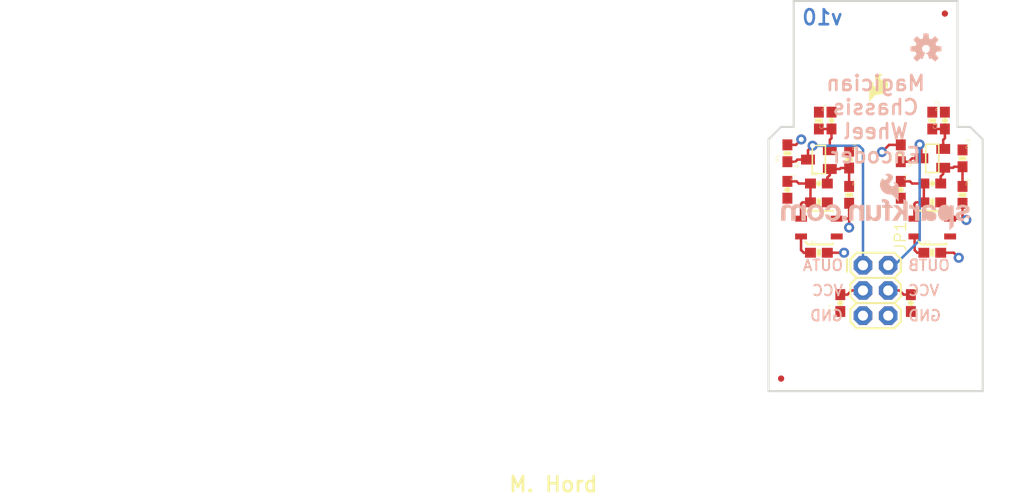
<source format=kicad_pcb>
(kicad_pcb (version 20211014) (generator pcbnew)
  (layers (0 "F.Cu" signal) (1 "In1.Cu" signal) (2 "In2.Cu" signal) (31 "B.Cu" signal) (34 "B.Paste" user) (35 "F.Paste" user) (36 "B.SilkS" user "B.Silkscreen") (37 "F.SilkS" user "F.Silkscreen") (38 "B.Mask" user) (39 "F.Mask" user) (44 "Edge.Cuts" user))
  (net 0 "")
  (net 1 "5V")
  (net 2 "GND")
  (net 3 "OUTA")
  (net 4 "N$5")
  (net 5 "OUTB")
  (net 6 "N$10")
  (net 7 "N$1")
  (net 8 "N$2")
  (net 9 "N$3")
  (net 10 "N$7")
  (net 11 "N$8")
  (net 12 "N$9")
  (footprint "boardEagle:SFE-LOGO-FLAME" (layer "F.Cu") (at 147.8661 95.4786)
    (fp_text reference "LOGO1" hide)
    (fp_text value "LOGO-SFESK" hide)
    (fp_poly (pts (xy 1.126002 -2.808203) (xy 1.215449 -2.785829) (xy 1.228477 -2.780783) (xy 1.240149 -2.774875) (xy 1.25686 -2.766576) (xy 1.275552 -2.759834) (xy 1.371694 -2.7026) (xy 1.3793 -2.7026) (xy 1.3793 -2.6772) (xy 1.306833 -2.6772) (xy 1.208418 -2.657914) (xy 1.074855 -2.495286) (xy 1.079365 -2.436825) (xy 1.12809 -2.341869) (xy 1.204666 -2.265196) (xy 1.294069 -2.200638) (xy 1.369348 -2.168824) (xy 1.450737 -2.171632) (xy 1.458864 -2.174186) (xy 1.466257 -2.177389) (xy 1.530514 -2.236956) (xy 1.5368 -2.259812) (xy 1.5368 -2.377938) (xy 1.763707 -2.148127) (xy 1.868186 -1.856841) (xy 1.871603 -1.856894) (xy 1.87806 -1.650435) (xy 1.848857 -1.45742) (xy 1.785308 -1.272842) (xy 1.6663 -1.061578) (xy 1.6663 -1.080581) (xy 1.378131 -0.80901) (xy 0.982239 -0.6985) (xy 0.753005 -0.6985) (xy 0.716201 -0.692046) (xy 0.681776 -0.679592) (xy 0.496322 -0.541784) (xy -0.0126 0.03091) (xy -0.0126 -1.52077) (xy 0.060004 -1.761967) (xy 0.168295 -1.865489) (xy 0.307122 -1.917522) (xy 0.4039 -1.925089) (xy 0.499384 -1.917623) (xy 0.55991 -1.908099) (xy 0.557788 -1.884433) (xy 0.522216 -1.885242) (xy 0.501784 -1.876141) (xy 0.420519 -1.817154) (xy 0.400722 -1.79067) (xy 0.390395 -1.7285) (xy 0.400905 -1.665229) (xy 0.421405 -1.625174) (xy 0.452343 -1.592685) (xy 0.546535 -1.54355) (xy 0.652229 -1.531742) (xy 0.742768 -1.550084) (xy 0.82422 -1.589656) (xy 0.92203 -1.754659) (xy 0.907706 -1.848844) (xy 0.850914 -1.930401) (xy 0.584707 -2.263237) (xy 0.561667 -2.510855) (xy 0.627495 -2.621556) (xy 0.629042 -2.623103) (xy 0.778901 -2.74712) (xy 1.032676 -2.817064)) (layer "F.SilkS") (width 0) (fill solid))
  )
  (footprint "boardEagle:2X3" (layer "F.Cu") (at 147.2311 111.9886 -90)
    (fp_text reference "JP1" (at -1.27 -4.445 -90) (layer "F.SilkS") (effects (font (size 1.143 1.143) (thickness 0.127)) (justify left bottom)))
    (fp_text value "")
    (fp_line (start -0.635 -3.81) (end 0.635 -3.81) (layer "F.SilkS") (width 0.2032))
    (fp_line (start -1.27 0.635) (end -1.27 -3.175) (layer "F.SilkS") (width 0.2032))
    (fp_line (start 3.81 -3.175) (end 3.81 0.635) (layer "F.SilkS") (width 0.2032))
    (fp_line (start 3.81 0.635) (end 4.445 1.27) (layer "F.SilkS") (width 0.2032))
    (fp_line (start -0.635 1.27) (end 0.635 1.27) (layer "F.SilkS") (width 0.2032))
    (fp_line (start 1.905 1.27) (end 3.175 1.27) (layer "F.SilkS") (width 0.2032))
    (fp_line (start 1.905 -3.81) (end 3.175 -3.81) (layer "F.SilkS") (width 0.2032))
    (fp_line (start 3.175 -3.81) (end 3.81 -3.175) (layer "F.SilkS") (width 0.2032))
    (fp_line (start 0.635 -3.81) (end 1.27 -3.175) (layer "F.SilkS") (width 0.2032))
    (fp_line (start 3.81 -3.175) (end 4.445 -3.81) (layer "F.SilkS") (width 0.2032))
    (fp_line (start 6.35 -3.175) (end 6.35 0.635) (layer "F.SilkS") (width 0.2032))
    (fp_line (start -1.27 -3.175) (end -0.635 -3.81) (layer "F.SilkS") (width 0.2032))
    (fp_line (start -1.27 0.635) (end -0.635 1.27) (layer "F.SilkS") (width 0.2032))
    (fp_line (start 4.445 -3.81) (end 5.715 -3.81) (layer "F.SilkS") (width 0.2032))
    (fp_line (start 3.175 1.27) (end 3.81 0.635) (layer "F.SilkS") (width 0.2032))
    (fp_line (start 1.27 -3.175) (end 1.905 -3.81) (layer "F.SilkS") (width 0.2032))
    (fp_line (start 5.715 -3.81) (end 6.35 -3.175) (layer "F.SilkS") (width 0.2032))
    (fp_line (start 1.27 0.635) (end 1.905 1.27) (layer "F.SilkS") (width 0.2032))
    (fp_line (start 1.27 -3.175) (end 1.27 0.635) (layer "F.SilkS") (width 0.2032))
    (fp_line (start 0.635 1.27) (end 1.27 0.635) (layer "F.SilkS") (width 0.2032))
    (fp_line (start 0.635 1.605) (end -0.635 1.605) (layer "F.SilkS") (width 0.2032))
    (fp_line (start 5.715 1.27) (end 6.35 0.635) (layer "F.SilkS") (width 0.2032))
    (fp_line (start 4.445 1.27) (end 5.715 1.27) (layer "F.SilkS") (width 0.2032))
    (pad "1" thru_hole roundrect (at 0 0 270) (size 1.8796 1.8796) (drill 1.016) (layers *.Cu *.Mask) (chamfer_ratio 0.2928932188) (chamfer top_left top_right bottom_left bottom_right) (net 3 "OUTA"))
    (pad "2" thru_hole roundrect (at 0 -2.54 270) (size 1.8796 1.8796) (drill 1.016) (layers *.Cu *.Mask) (chamfer_ratio 0.2928932188) (chamfer top_left top_right bottom_left bottom_right) (net 5 "OUTB"))
    (pad "3" thru_hole roundrect (at 2.54 0 270) (size 1.8796 1.8796) (drill 1.016) (layers *.Cu *.Mask) (chamfer_ratio 0.2928932188) (chamfer top_left top_right bottom_left bottom_right) (net 1 "5V"))
    (pad "4" thru_hole roundrect (at 2.54 -2.54 270) (size 1.8796 1.8796) (drill 1.016) (layers *.Cu *.Mask) (chamfer_ratio 0.2928932188) (chamfer top_left top_right bottom_left bottom_right) (net 1 "5V"))
    (pad "5" thru_hole roundrect (at 5.08 0 270) (size 1.8796 1.8796) (drill 1.016) (layers *.Cu *.Mask) (chamfer_ratio 0.2928932188) (chamfer top_left top_right bottom_left bottom_right) (net 2 "GND"))
    (pad "6" thru_hole roundrect (at 5.08 -2.54 270) (size 1.8796 1.8796) (drill 1.016) (layers *.Cu *.Mask) (chamfer_ratio 0.2928932188) (chamfer top_left top_right bottom_left bottom_right) (net 2 "GND"))
  )
  (footprint "boardEagle:0603-CAP" (layer "F.Cu") (at 144.9451 115.7986 90)
    (fp_text reference "C7" (at -0.889 -0.762 90) (layer "F.SilkS") (effects (font (size 0.373888 0.373888) (thickness 0.032512)) (justify left bottom)))
    (fp_text value "1.0uF")
    (fp_line (start 0 -0.0305) (end 0 0.0305) (layer "F.SilkS") (width 0.5588))
    (pad "1" smd rect (at -0.85 0 90) (size 1.1 1) (layers "F.Cu" "F.Paste" "F.Mask") (net 2 "GND"))
    (pad "2" smd rect (at 0.85 0 90) (size 1.1 1) (layers "F.Cu" "F.Paste" "F.Mask") (net 1 "5V"))
  )
  (footprint "boardEagle:0603-RES" (layer "F.Cu") (at 151.0411 100.6856 90)
    (fp_text reference "R11" (at -0.889 -0.762 90) (layer "F.SilkS") (effects (font (size 0.373888 0.373888) (thickness 0.032512)) (justify left bottom)))
    (fp_text value "4.7K")
    (fp_poly (pts (xy -0.2286 0.381) (xy 0.2286 0.381) (xy 0.2286 -0.381) (xy -0.2286 -0.381)) (layer "F.SilkS") (width 0) (fill solid))
    (pad "1" smd rect (at -0.85 0 90) (size 1.1 1) (layers "F.Cu" "F.Paste" "F.Mask") (net 5 "OUTB"))
    (pad "2" smd rect (at 0.85 0 90) (size 1.1 1) (layers "F.Cu" "F.Paste" "F.Mask") (net 1 "5V"))
  )
  (footprint "boardEagle:0603-CAP" (layer "F.Cu") (at 152.0571 115.7986 -90)
    (fp_text reference "C8" (at -0.889 -0.762 -90) (layer "F.SilkS") (effects (font (size 0.373888 0.373888) (thickness 0.032512)) (justify left bottom)))
    (fp_text value "0.1uF")
    (fp_line (start 0 -0.0305) (end 0 0.0305) (layer "F.SilkS") (width 0.5588))
    (pad "1" smd rect (at -0.85 0 270) (size 1.1 1) (layers "F.Cu" "F.Paste" "F.Mask") (net 1 "5V"))
    (pad "2" smd rect (at 0.85 0 270) (size 1.1 1) (layers "F.Cu" "F.Paste" "F.Mask") (net 2 "GND"))
  )
  (footprint "boardEagle:0603-RES" (layer "F.Cu") (at 142.7861 97.3836 -90)
    (fp_text reference "R6" (at -0.889 -0.762 -90) (layer "F.SilkS") (effects (font (size 0.373888 0.373888) (thickness 0.032512)) (justify left bottom)))
    (fp_text value "100")
    (fp_poly (pts (xy -0.2286 0.381) (xy 0.2286 0.381) (xy 0.2286 -0.381) (xy -0.2286 -0.381)) (layer "F.SilkS") (width 0) (fill solid))
    (pad "1" smd rect (at -0.85 0 270) (size 1.1 1) (layers "F.Cu" "F.Paste" "F.Mask") (net 2 "GND"))
    (pad "2" smd rect (at 0.85 0 270) (size 1.1 1) (layers "F.Cu" "F.Paste" "F.Mask") (net 9 "N$3"))
  )
  (footprint "boardEagle:0603-RES" (layer "F.Cu") (at 154.2161 97.3836 -90)
    (fp_text reference "R12" (at -0.889 -0.762 -90) (layer "F.SilkS") (effects (font (size 0.373888 0.373888) (thickness 0.032512)) (justify left bottom)))
    (fp_text value "100")
    (fp_poly (pts (xy -0.2286 0.381) (xy 0.2286 0.381) (xy 0.2286 -0.381) (xy -0.2286 -0.381)) (layer "F.SilkS") (width 0) (fill solid))
    (pad "1" smd rect (at -0.85 0 270) (size 1.1 1) (layers "F.Cu" "F.Paste" "F.Mask") (net 2 "GND"))
    (pad "2" smd rect (at 0.85 0 270) (size 1.1 1) (layers "F.Cu" "F.Paste" "F.Mask") (net 10 "N$7"))
  )
  (footprint "boardEagle:CREATIVE_COMMONS" (layer "F.Cu") (at 80.5561 134.8486)
    (fp_text reference "FRAME1" hide)
    (fp_text value "FRAME-LETTER" hide)
  )
  (footprint "boardEagle:QRE1113" (layer "F.Cu") (at 154.2161 108.1786)
    (fp_text reference "U2" hide)
    (fp_text value "QRE1113" hide)
    (fp_line (start 1.4 1.7) (end 1.4 1.627) (layer "F.SilkS") (width 0.2032))
    (fp_line (start -1.1 1.7) (end 1.4 1.7) (layer "F.SilkS") (width 0.2032))
    (fp_line (start -1.37 1.424) (end -1.1 1.7) (layer "F.SilkS") (width 0.2032))
    (fp_line (start 1.4 -1.7) (end 1.4 -1.654) (layer "F.SilkS") (width 0.2032))
    (fp_line (start -1.427 -1.7) (end 1.4 -1.7) (layer "F.SilkS") (width 0.2032))
    (fp_line (start -1.427 -1.627) (end -1.427 -1.7) (layer "F.SilkS") (width 0.2032))
    (pad "1" smd rect (at -1.8 0.9) (size 1.2 0.6) (layers "F.Cu" "F.Paste" "F.Mask") (net 6 "N$10"))
    (pad "2" smd rect (at 1.8 0.9) (size 1.2 0.6) (layers "F.Cu" "F.Paste" "F.Mask") (net 2 "GND"))
    (pad "3" smd rect (at 1.8 -0.9) (size 1.2 0.6) (layers "F.Cu" "F.Paste" "F.Mask") (net 1 "5V"))
    (pad "4" smd rect (at -1.8 -0.9) (size 1.2 0.6) (layers "F.Cu" "F.Paste" "F.Mask") (net 11 "N$8"))
  )
  (footprint "boardEagle:SOT23" (layer "F.Cu") (at 154.2161 101.1936 90)
    (fp_text reference "Q2" (at -0.889 -2.032 90) (layer "F.SilkS") (effects (font (size 0.373888 0.373888) (thickness 0.032512)) (justify left bottom)))
    (fp_text value "MMBT2222A")
    (fp_line (start 1.4224 -0.6604) (end 1.4224 0.6604) (layer "F.SilkS") (width 0.1524))
    (fp_line (start 1.4224 0.6604) (end -1.4224 0.6604) (layer "F.SilkS") (width 0.1524))
    (fp_line (start -1.4224 -0.6604) (end 1.4224 -0.6604) (layer "F.SilkS") (width 0.1524))
    (fp_line (start -1.4224 0.6604) (end -1.4224 -0.6604) (layer "F.SilkS") (width 0.1524))
    (pad "1" smd rect (at -0.95 1.1 90) (size 1 1.4) (layers "F.Cu" "F.Paste" "F.Mask") (net 12 "N$9"))
    (pad "2" smd rect (at 0.95 1.1 90) (size 1 1.4) (layers "F.Cu" "F.Paste" "F.Mask") (net 10 "N$7"))
    (pad "3" smd rect (at 0 -1.1 90) (size 1 1.4) (layers "F.Cu" "F.Paste" "F.Mask") (net 5 "OUTB"))
  )
  (footprint "boardEagle:STAND-OFF" (layer "F.Cu") (at 148.5011 122.1486)
    (fp_text reference "STANDOFF1" hide)
    (fp_text value "STAND-OFF" hide)
    (pad "" np_thru_hole circle (at 0 0) (size 3.302 3.302) (drill 3.302) (layers *.Cu *.Mask))
  )
  (footprint "boardEagle:0603-RES" (layer "F.Cu") (at 154.2161 110.7186)
    (fp_text reference "R7" (at -0.889 -0.762) (layer "F.SilkS") (effects (font (size 0.373888 0.373888) (thickness 0.032512)) (justify left bottom)))
    (fp_text value "100")
    (fp_poly (pts (xy -0.2286 0.381) (xy 0.2286 0.381) (xy 0.2286 -0.381) (xy -0.2286 -0.381)) (layer "F.SilkS") (width 0) (fill solid))
    (pad "1" smd rect (at -0.85 0) (size 1.1 1) (layers "F.Cu" "F.Paste" "F.Mask") (net 6 "N$10"))
    (pad "2" smd rect (at 0.85 0) (size 1.1 1) (layers "F.Cu" "F.Paste" "F.Mask") (net 1 "5V"))
  )
  (footprint "boardEagle:0603-RES" (layer "F.Cu") (at 154.2161 105.6386 180)
    (fp_text reference "R8" (at -0.889 -0.762 180) (layer "F.SilkS") (effects (font (size 0.373888 0.373888) (thickness 0.032512)) (justify right top)))
    (fp_text value "10K")
    (fp_poly (pts (xy -0.2286 0.381) (xy 0.2286 0.381) (xy 0.2286 -0.381) (xy -0.2286 -0.381)) (layer "F.SilkS") (width 0) (fill solid))
    (pad "1" smd rect (at -0.85 0 180) (size 1.1 1) (layers "F.Cu" "F.Paste" "F.Mask") (net 2 "GND"))
    (pad "2" smd rect (at 0.85 0 180) (size 1.1 1) (layers "F.Cu" "F.Paste" "F.Mask") (net 11 "N$8"))
  )
  (footprint "boardEagle:0603-RES" (layer "F.Cu") (at 157.2641 101.1936 -90)
    (fp_text reference "R10" (at -0.889 -0.762 -90) (layer "F.SilkS") (effects (font (size 0.373888 0.373888) (thickness 0.032512)) (justify left bottom)))
    (fp_text value "6.8K")
    (fp_poly (pts (xy -0.2286 0.381) (xy 0.2286 0.381) (xy 0.2286 -0.381) (xy -0.2286 -0.381)) (layer "F.SilkS") (width 0) (fill solid))
    (pad "1" smd rect (at -0.85 0 270) (size 1.1 1) (layers "F.Cu" "F.Paste" "F.Mask") (net 2 "GND"))
    (pad "2" smd rect (at 0.85 0 270) (size 1.1 1) (layers "F.Cu" "F.Paste" "F.Mask") (net 12 "N$9"))
  )
  (footprint "boardEagle:SOT23" (layer "F.Cu") (at 142.7861 101.3206 90)
    (fp_text reference "Q1" (at -0.889 -2.032 90) (layer "F.SilkS") (effects (font (size 0.373888 0.373888) (thickness 0.032512)) (justify left bottom)))
    (fp_text value "MMBT2222A")
    (fp_line (start -1.4224 -0.6604) (end 1.4224 -0.6604) (layer "F.SilkS") (width 0.1524))
    (fp_line (start 1.4224 -0.6604) (end 1.4224 0.6604) (layer "F.SilkS") (width 0.1524))
    (fp_line (start -1.4224 0.6604) (end -1.4224 -0.6604) (layer "F.SilkS") (width 0.1524))
    (fp_line (start 1.4224 0.6604) (end -1.4224 0.6604) (layer "F.SilkS") (width 0.1524))
    (pad "1" smd rect (at -0.95 1.1 90) (size 1 1.4) (layers "F.Cu" "F.Paste" "F.Mask") (net 8 "N$2"))
    (pad "2" smd rect (at 0.95 1.1 90) (size 1 1.4) (layers "F.Cu" "F.Paste" "F.Mask") (net 9 "N$3"))
    (pad "3" smd rect (at 0 -1.1 90) (size 1 1.4) (layers "F.Cu" "F.Paste" "F.Mask") (net 3 "OUTA"))
  )
  (footprint "boardEagle:QRE1113" (layer "F.Cu") (at 142.7861 108.1786)
    (fp_text reference "U1" hide)
    (fp_text value "QRE1113" hide)
    (fp_line (start -1.427 -1.627) (end -1.427 -1.7) (layer "F.SilkS") (width 0.2032))
    (fp_line (start 1.4 -1.7) (end 1.4 -1.654) (layer "F.SilkS") (width 0.2032))
    (fp_line (start -1.1 1.7) (end 1.4 1.7) (layer "F.SilkS") (width 0.2032))
    (fp_line (start -1.37 1.424) (end -1.1 1.7) (layer "F.SilkS") (width 0.2032))
    (fp_line (start -1.427 -1.7) (end 1.4 -1.7) (layer "F.SilkS") (width 0.2032))
    (fp_line (start 1.4 1.7) (end 1.4 1.627) (layer "F.SilkS") (width 0.2032))
    (pad "1" smd rect (at -1.8 0.9) (size 1.2 0.6) (layers "F.Cu" "F.Paste" "F.Mask") (net 4 "N$5"))
    (pad "2" smd rect (at 1.8 0.9) (size 1.2 0.6) (layers "F.Cu" "F.Paste" "F.Mask") (net 2 "GND"))
    (pad "3" smd rect (at 1.8 -0.9) (size 1.2 0.6) (layers "F.Cu" "F.Paste" "F.Mask") (net 1 "5V"))
    (pad "4" smd rect (at -1.8 -0.9) (size 1.2 0.6) (layers "F.Cu" "F.Paste" "F.Mask") (net 7 "N$1"))
  )
  (footprint "boardEagle:0603-RES" (layer "F.Cu") (at 139.6111 100.6856 90)
    (fp_text reference "R5" (at -0.889 -0.762 90) (layer "F.SilkS") (effects (font (size 0.373888 0.373888) (thickness 0.032512)) (justify left bottom)))
    (fp_text value "4.7K")
    (fp_poly (pts (xy -0.2286 0.381) (xy 0.2286 0.381) (xy 0.2286 -0.381) (xy -0.2286 -0.381)) (layer "F.SilkS") (width 0) (fill solid))
    (pad "1" smd rect (at -0.85 0 90) (size 1.1 1) (layers "F.Cu" "F.Paste" "F.Mask") (net 3 "OUTA"))
    (pad "2" smd rect (at 0.85 0 90) (size 1.1 1) (layers "F.Cu" "F.Paste" "F.Mask") (net 1 "5V"))
  )
  (footprint "boardEagle:0603-CAP" (layer "F.Cu") (at 154.2161 103.7336)
    (fp_text reference "C5" (at -0.889 -0.762) (layer "F.SilkS") (effects (font (size 0.373888 0.373888) (thickness 0.032512)) (justify left bottom)))
    (fp_text value "1.0uF")
    (fp_line (start 0 -0.0305) (end 0 0.0305) (layer "F.SilkS") (width 0.5588))
    (pad "1" smd rect (at -0.85 0) (size 1.1 1) (layers "F.Cu" "F.Paste" "F.Mask") (net 11 "N$8"))
    (pad "2" smd rect (at 0.85 0) (size 1.1 1) (layers "F.Cu" "F.Paste" "F.Mask") (net 12 "N$9"))
  )
  (footprint "boardEagle:MICRO-FIDUCIAL" (layer "F.Cu") (at 155.4861 86.5886)
    (fp_text reference "FID1" hide)
    (fp_text value "FIDUCIALUFIDUCIAL" hide)
    (pad "1" smd roundrect (at 0 0) (size 0.635 0.635) (layers "F.Cu" "F.Mask") (roundrect_rratio 0.5))
  )
  (footprint "boardEagle:0603-RES" (layer "F.Cu") (at 142.7861 105.6386 180)
    (fp_text reference "R2" (at -0.889 -0.762 180) (layer "F.SilkS") (effects (font (size 0.373888 0.373888) (thickness 0.032512)) (justify right top)))
    (fp_text value "10K")
    (fp_poly (pts (xy -0.2286 0.381) (xy 0.2286 0.381) (xy 0.2286 -0.381) (xy -0.2286 -0.381)) (layer "F.SilkS") (width 0) (fill solid))
    (pad "1" smd rect (at -0.85 0 180) (size 1.1 1) (layers "F.Cu" "F.Paste" "F.Mask") (net 2 "GND"))
    (pad "2" smd rect (at 0.85 0 180) (size 1.1 1) (layers "F.Cu" "F.Paste" "F.Mask") (net 7 "N$1"))
  )
  (footprint "boardEagle:0603-RES" (layer "F.Cu") (at 157.2641 104.8766 -90)
    (fp_text reference "R9" (at -0.889 -0.762 -90) (layer "F.SilkS") (effects (font (size 0.373888 0.373888) (thickness 0.032512)) (justify left bottom)))
    (fp_text value "47K")
    (fp_poly (pts (xy -0.2286 0.381) (xy 0.2286 0.381) (xy 0.2286 -0.381) (xy -0.2286 -0.381)) (layer "F.SilkS") (width 0) (fill solid))
    (pad "1" smd rect (at -0.85 0 270) (size 1.1 1) (layers "F.Cu" "F.Paste" "F.Mask") (net 12 "N$9"))
    (pad "2" smd rect (at 0.85 0 270) (size 1.1 1) (layers "F.Cu" "F.Paste" "F.Mask") (net 1 "5V"))
  )
  (footprint "boardEagle:0603-CAP" (layer "F.Cu") (at 151.0411 104.3686 -90)
    (fp_text reference "C4" (at -0.889 -0.762 -90) (layer "F.SilkS") (effects (font (size 0.373888 0.373888) (thickness 0.032512)) (justify left bottom)))
    (fp_text value "0.1uF")
    (fp_line (start 0 -0.0305) (end 0 0.0305) (layer "F.SilkS") (width 0.5588))
    (pad "1" smd rect (at -0.85 0 270) (size 1.1 1) (layers "F.Cu" "F.Paste" "F.Mask") (net 11 "N$8"))
    (pad "2" smd rect (at 0.85 0 270) (size 1.1 1) (layers "F.Cu" "F.Paste" "F.Mask") (net 2 "GND"))
  )
  (footprint "boardEagle:0603-RES" (layer "F.Cu") (at 145.8341 104.8766 -90)
    (fp_text reference "R3" (at -0.889 -0.762 -90) (layer "F.SilkS") (effects (font (size 0.373888 0.373888) (thickness 0.032512)) (justify left bottom)))
    (fp_text value "47K")
    (fp_poly (pts (xy -0.2286 0.381) (xy 0.2286 0.381) (xy 0.2286 -0.381) (xy -0.2286 -0.381)) (layer "F.SilkS") (width 0) (fill solid))
    (pad "1" smd rect (at -0.85 0 270) (size 1.1 1) (layers "F.Cu" "F.Paste" "F.Mask") (net 8 "N$2"))
    (pad "2" smd rect (at 0.85 0 270) (size 1.1 1) (layers "F.Cu" "F.Paste" "F.Mask") (net 1 "5V"))
  )
  (footprint "boardEagle:MICRO-FIDUCIAL" (layer "F.Cu") (at 138.9761 123.4186)
    (fp_text reference "FID2" hide)
    (fp_text value "FIDUCIALUFIDUCIAL" hide)
    (pad "1" smd roundrect (at 0 0) (size 0.635 0.635) (layers "F.Cu" "F.Mask") (roundrect_rratio 0.5))
  )
  (footprint "boardEagle:0603-RES" (layer "F.Cu") (at 145.8341 101.3206 -90)
    (fp_text reference "R4" (at -0.889 -0.762 -90) (layer "F.SilkS") (effects (font (size 0.373888 0.373888) (thickness 0.032512)) (justify left bottom)))
    (fp_text value "6.8K")
    (fp_poly (pts (xy -0.2286 0.381) (xy 0.2286 0.381) (xy 0.2286 -0.381) (xy -0.2286 -0.381)) (layer "F.SilkS") (width 0) (fill solid))
    (pad "1" smd rect (at -0.85 0 270) (size 1.1 1) (layers "F.Cu" "F.Paste" "F.Mask") (net 2 "GND"))
    (pad "2" smd rect (at 0.85 0 270) (size 1.1 1) (layers "F.Cu" "F.Paste" "F.Mask") (net 8 "N$2"))
  )
  (footprint "boardEagle:0603-CAP" (layer "F.Cu") (at 139.6111 104.3686 -90)
    (fp_text reference "C1" (at -0.889 -0.762 -90) (layer "F.SilkS") (effects (font (size 0.373888 0.373888) (thickness 0.032512)) (justify left bottom)))
    (fp_text value "0.1uF")
    (fp_line (start 0 -0.0305) (end 0 0.0305) (layer "F.SilkS") (width 0.5588))
    (pad "1" smd rect (at -0.85 0 270) (size 1.1 1) (layers "F.Cu" "F.Paste" "F.Mask") (net 7 "N$1"))
    (pad "2" smd rect (at 0.85 0 270) (size 1.1 1) (layers "F.Cu" "F.Paste" "F.Mask") (net 2 "GND"))
  )
  (footprint "boardEagle:STAND-OFF" (layer "F.Cu") (at 148.5011 89.1286)
    (fp_text reference "STANDOFF2" hide)
    (fp_text value "STAND-OFF" hide)
    (pad "" np_thru_hole circle (at 0 0) (size 3.302 3.302) (drill 3.302) (layers *.Cu *.Mask))
  )
  (footprint "boardEagle:0603-CAP" (layer "F.Cu") (at 155.4861 97.3836 90)
    (fp_text reference "C6" (at -0.889 -0.762 90) (layer "F.SilkS") (effects (font (size 0.373888 0.373888) (thickness 0.032512)) (justify left bottom)))
    (fp_text value "0.1uF")
    (fp_line (start 0 -0.0305) (end 0 0.0305) (layer "F.SilkS") (width 0.5588))
    (pad "1" smd rect (at -0.85 0 90) (size 1.1 1) (layers "F.Cu" "F.Paste" "F.Mask") (net 10 "N$7"))
    (pad "2" smd rect (at 0.85 0 90) (size 1.1 1) (layers "F.Cu" "F.Paste" "F.Mask") (net 2 "GND"))
  )
  (footprint "boardEagle:0603-CAP" (layer "F.Cu") (at 142.7861 103.7336)
    (fp_text reference "C2" (at -0.889 -0.762) (layer "F.SilkS") (effects (font (size 0.373888 0.373888) (thickness 0.032512)) (justify left bottom)))
    (fp_text value "1.0uF")
    (fp_line (start 0 -0.0305) (end 0 0.0305) (layer "F.SilkS") (width 0.5588))
    (pad "1" smd rect (at -0.85 0) (size 1.1 1) (layers "F.Cu" "F.Paste" "F.Mask") (net 7 "N$1"))
    (pad "2" smd rect (at 0.85 0) (size 1.1 1) (layers "F.Cu" "F.Paste" "F.Mask") (net 8 "N$2"))
  )
  (footprint "boardEagle:0603-CAP" (layer "F.Cu") (at 144.0561 97.3836 90)
    (fp_text reference "C3" (at -0.889 -0.762 90) (layer "F.SilkS") (effects (font (size 0.373888 0.373888) (thickness 0.032512)) (justify left bottom)))
    (fp_text value "0.1uF")
    (fp_line (start 0 -0.0305) (end 0 0.0305) (layer "F.SilkS") (width 0.5588))
    (pad "1" smd rect (at -0.85 0 90) (size 1.1 1) (layers "F.Cu" "F.Paste" "F.Mask") (net 9 "N$3"))
    (pad "2" smd rect (at 0.85 0 90) (size 1.1 1) (layers "F.Cu" "F.Paste" "F.Mask") (net 2 "GND"))
  )
  (footprint "boardEagle:0603-RES" (layer "F.Cu") (at 142.7861 110.7186)
    (fp_text reference "R1" (at -0.889 -0.762) (layer "F.SilkS") (effects (font (size 0.373888 0.373888) (thickness 0.032512)) (justify left bottom)))
    (fp_text value "100")
    (fp_poly (pts (xy -0.2286 0.381) (xy 0.2286 0.381) (xy 0.2286 -0.381) (xy -0.2286 -0.381)) (layer "F.SilkS") (width 0) (fill solid))
    (pad "1" smd rect (at -0.85 0) (size 1.1 1) (layers "F.Cu" "F.Paste" "F.Mask") (net 4 "N$5"))
    (pad "2" smd rect (at 0.85 0) (size 1.1 1) (layers "F.Cu" "F.Paste" "F.Mask") (net 1 "5V"))
  )
  (footprint "boardEagle:OSHW-LOGO-S" (layer "B.Cu") (at 153.5811 90.1446 180)
    (fp_text reference "LOGO3" hide)
    (fp_text value "OSHW-LOGOS" hide)
    (fp_poly (pts (xy 0.301647 1.061351) (xy 0.42347 1.022344) (xy 0.537177 0.963769) (xy 0.92862 1.282946) (xy 1.282946 0.92862) (xy 0.961035 0.533823) (xy 1.057046 0.302084) (xy 1.5638 0.250561) (xy 1.5638 -0.250561) (xy 1.057046 -0.302084) (xy 0.961035 -0.533823) (xy 1.282946 -0.92862) (xy 0.92862 -1.282946) (xy 0.537177 -0.96377) (xy 0.356601 -1.056794) (xy 0.088679 -0.410073) (xy 0.326262 -0.2176) (xy 0.373649 -0.121468) (xy 0.392729 -0.010339) (xy 0.379464 0.101634) (xy 0.334947 0.205229) (xy 0.262842 0.291918) (xy 0.169087 0.354561) (xy 0.061406 0.387999) (xy -0.051342 0.38948) (xy -0.159868 0.358881) (xy -0.255234 0.298724) (xy -0.329589 0.213962) (xy -0.376813 0.111569) (xy -0.392176 0.005767) (xy -0.322923 -0.222565) (xy -0.249312 -0.303773) (xy 0.091677 -0.5081) (xy -0.12929 -0.5081) (xy -0.355332 -1.053732) (xy -0.506597 -0.983577) (xy -0.538922 -0.965192) (xy -0.92862 -1.282946) (xy -1.282946 -0.92862) (xy -0.961035 -0.533823) (xy -1.057046 -0.302084) (xy -1.5638 -0.250561) (xy -1.5638 0.250561) (xy -1.057046 0.302084) (xy -0.961035 0.533823) (xy -1.282946 0.92862) (xy -0.92862 1.282946) (xy -0.533823 0.961035) (xy -0.302084 1.057046) (xy -0.250561 1.5638) (xy 0.250561 1.5638)) (layer "B.SilkS") (width 0) (fill solid))
  )
  (footprint "boardEagle:SFE-NEW-WEBLOGO" (layer "B.Cu") (at 158.0261 108.4326 180)
    (fp_text reference "LOGO4" hide)
    (fp_text value "LOGO-SFENEW" hide)
    (fp_line (start 15.5702 2.6137) (end 15.5854 2.6137) (layer "B.SilkS") (width 0.0254))
    (fp_line (start 10.7163 2.5171) (end 11.1201 2.5171) (layer "B.SilkS") (width 0.0254))
    (fp_line (start 12.1818 0.955) (end 11.7729 0.955) (layer "B.SilkS") (width 0.0254))
    (fp_line (start 15.5499 2.6137) (end 15.5499 2.2911) (layer "B.SilkS") (width 0.0254))
    (fp_line (start 12.1818 2.0091) (end 12.1818 0.955) (layer "B.SilkS") (width 0.0254))
    (fp_line (start 15.5702 2.2962) (end 15.5702 2.6137) (layer "B.SilkS") (width 0.0254))
    (fp_line (start 11.1379 1.8136) (end 11.1379 0.9449) (layer "B.SilkS") (width 0.0254))
    (fp_line (start 11.1379 0.9449) (end 10.7163 0.9449) (layer "B.SilkS") (width 0.0254))
    (fp_line (start 11.7729 0.955) (end 11.7729 1.9202) (layer "B.SilkS") (width 0.0254))
    (fp_line (start 11.1201 2.5171) (end 11.1201 2.2962) (layer "B.SilkS") (width 0.0254))
    (fp_line (start 11.1201 2.2962) (end 11.1277 2.2962) (layer "B.SilkS") (width 0.0254))
    (fp_line (start 10.7163 0.9449) (end 10.7163 2.5171) (layer "B.SilkS") (width 0.0254))
    (fp_line (start 15.5499 2.2911) (end 15.527 2.2911) (layer "B.SilkS") (width 0.0254))
    (fp_arc (start 15.1714 1.6383) (mid 15.194331 1.520588) (end 15.24 1.4097) (layer "B.SilkS") (width 0.0254))
    (fp_arc (start 11.7145 2.1311) (mid 11.664346 2.1894) (end 11.5976 2.2276) (layer "B.SilkS") (width 0.0254))
    (fp_arc (start 15.428 1.2522) (mid 15.597525 1.230563) (end 15.7632 1.2725) (layer "B.SilkS") (width 0.0254))
    (fp_arc (start 11.4198 2.2327) (mid 11.334441 2.214452) (end 11.259799 2.1692) (layer "B.SilkS") (width 0.0254))
    (fp_arc (start 15.809 2.5857) (mid 15.698073 2.606673) (end 15.5854 2.6137) (layer "B.SilkS") (width 0.0254))
    (fp_arc (start 15.128201 2.4892) (mid 14.882786 2.260687) (end 14.7549 1.9507) (layer "B.SilkS") (width 0.0254))
    (fp_arc (start 11.5976 2.2276) (mid 11.565101 2.235925) (end 11.5316 2.2377) (layer "B.SilkS") (width 0.0254))
    (fp_arc (start 15.9029 0.9754) (mid 16.153433 1.12491) (end 16.317 1.3665) (layer "B.SilkS") (width 0.0254))
    (fp_arc (start 11.1277 2.2962) (mid 11.137379 2.298176) (end 11.1455 2.3038) (layer "B.SilkS") (width 0.0254))
    (fp_arc (start 11.1684 2.0396) (mid 11.146105 1.962214) (end 11.1379 1.8821) (layer "B.SilkS") (width 0.0254))
    (fp_arc (start 14.7549 1.9507) (mid 14.737287 1.759061) (end 14.7523 1.5672) (layer "B.SilkS") (width 0.0254))
    (fp_arc (start 15.24 1.4097) (mid 15.31871 1.3127) (end 15.428 1.2522) (layer "B.SilkS") (width 0.0254))
    (fp_arc (start 12.0345 2.425699) (mid 11.911985 2.51116) (end 11.7678 2.5502) (layer "B.SilkS") (width 0.0254))
    (fp_arc (start 15.1689 1.8847) (mid 15.165026 1.761448) (end 15.1714 1.6383) (layer "B.SilkS") (width 0.0254))
    (fp_arc (start 16.317 1.3665) (mid 16.380488 1.583529) (end 16.4033 1.8085) (layer "B.SilkS") (width 0.0254))
    (fp_arc (start 15.527 2.2911) (mid 15.388433 2.258974) (end 15.278099 2.1692) (layer "B.SilkS") (width 0.0254))
    (fp_arc (start 14.8615 1.27) (mid 14.919858 1.189481) (end 14.9911 1.1201) (layer "B.SilkS") (width 0.0254))
    (fp_arc (start 11.1379 1.8821) (mid 11.137681 1.84785) (end 11.1379 1.8136) (layer "B.SilkS") (width 0.0254))
    (fp_arc (start 15.7277 2.2708) (mid 15.650001 2.290018) (end 15.5702 2.2962) (layer "B.SilkS") (width 0.0254))
    (fp_arc (start 15.9868 1.7196) (mid 15.980368 1.846143) (end 15.9588 1.971) (layer "B.SilkS") (width 0.0254))
    (fp_arc (start 15.5423 0.9195) (mid 15.724919 0.932492) (end 15.9029 0.9754) (layer "B.SilkS") (width 0.0254))
    (fp_arc (start 15.2781 2.1692) (mid 15.20247 2.035022) (end 15.168899 1.8847) (layer "B.SilkS") (width 0.0254))
    (fp_arc (start 15.9588 1.971) (mid 15.910982 2.096372) (end 15.8318 2.2047) (layer "B.SilkS") (width 0.0254))
    (fp_arc (start 11.1455 2.3038) (mid 11.152103 2.311188) (end 11.1582 2.319) (layer "B.SilkS") (width 0.0254))
    (fp_arc (start 11.7729 1.9202) (mid 11.758038 2.02962) (end 11.7145 2.1311) (layer "B.SilkS") (width 0.0254))
    (fp_arc (start 11.2598 2.1692) (mid 11.206137 2.110016) (end 11.1684 2.0396) (layer "B.SilkS") (width 0.0254))
    (fp_arc (start 11.4198 2.2327) (mid 11.475702 2.235165) (end 11.5316 2.2377) (layer "B.SilkS") (width 0.0254))
    (fp_arc (start 12.1818 2.0091) (mid 12.172765 2.122002) (end 12.1488 2.2327) (layer "B.SilkS") (width 0.0254))
    (fp_arc (start 16.4033 1.808499) (mid 16.333054 2.143404) (end 16.129 2.4181) (layer "B.SilkS") (width 0.0254))
    (fp_arc (start 12.1488 2.232699) (mid 12.104013 2.336521) (end 12.0345 2.4257) (layer "B.SilkS") (width 0.0254))
    (fp_arc (start 11.2725 2.446) (mid 11.226399 2.404414) (end 11.1862 2.3571) (layer "B.SilkS") (width 0.0254))
    (fp_arc (start 16.129 2.4181) (mid 15.978822 2.520652) (end 15.809 2.5857) (layer "B.SilkS") (width 0.0254))
    (fp_arc (start 15.5499 2.6137) (mid 15.331296 2.577713) (end 15.1282 2.4892) (layer "B.SilkS") (width 0.0254))
    (fp_arc (start 11.1862 2.3571) (mid 11.172158 2.338081) (end 11.1582 2.319) (layer "B.SilkS") (width 0.0254))
    (fp_arc (start 14.7523 1.5672) (mid 14.792796 1.413418) (end 14.8615 1.27) (layer "B.SilkS") (width 0.0254))
    (fp_arc (start 15.908 1.4097) (mid 15.966057 1.559906) (end 15.9868 1.7196) (layer "B.SilkS") (width 0.0254))
    (fp_arc (start 11.7678 2.5502) (mid 11.667584 2.556058) (end 11.5672 2.5552) (layer "B.SilkS") (width 0.0254))
    (fp_arc (start 14.9911 1.1201) (mid 15.249615 0.972855) (end 15.5423 0.9195) (layer "B.SilkS") (width 0.0254))
    (fp_arc (start 15.7632 1.2725) (mid 15.846801 1.329279) (end 15.908 1.4097) (layer "B.SilkS") (width 0.0254))
    (fp_arc (start 15.8318 2.2047) (mid 15.783745 2.244042) (end 15.7277 2.2708) (layer "B.SilkS") (width 0.0254))
    (fp_arc (start 11.5672 2.5552) (mid 11.411238 2.523841) (end 11.2725 2.446) (layer "B.SilkS") (width 0.0254))
    (fp_poly (pts (xy 2.834651 2.506079) (xy 2.92707 2.450683) (xy 3.011605 2.383731) (xy 3.1267 2.221709) (xy 3.1267 2.263503) (xy 3.219434 1.972794) (xy 3.236098 1.526727) (xy 3.068933 1.135798) (xy 2.975978 1.041462) (xy 2.864973 0.970996) (xy 2.740356 0.92713) (xy 2.372489 0.922) (xy 2.370226 0.922) (xy 2.254471 0.962806) (xy 2.0828 1.127587) (xy 2.0828 -0.010757) (xy 1.6434 0.385552) (xy 1.6434 2.45912) (xy 2.057593 2.537568) (xy 2.055012 2.330538) (xy 2.068304 2.345345) (xy 2.15812 2.442839) (xy 2.234107 2.497896) (xy 2.368681 2.552194) (xy 2.419192 2.562883) (xy 2.620347 2.565422)) (layer "B.SilkS") (width 0) (fill solid))
    (fp_poly (pts (xy 12.4257 0.9449) (xy 12.921 0.9449) (xy 12.921 1.43) (xy 12.4257 1.43)) (layer "B.SilkS") (width 0) (fill solid))
    (fp_poly (pts (xy 17.714962 2.583496) (xy 17.714669 2.58013) (xy 17.812284 2.526288) (xy 17.900302 2.442716) (xy 17.956995 2.351455) (xy 17.961394 2.355854) (xy 18.007182 2.404147) (xy 18.086856 2.480888) (xy 18.177617 2.546023) (xy 18.30384 2.60027) (xy 18.440544 2.616304) (xy 18.698981 2.580082) (xy 18.93345 2.426436) (xy 19.05 2.112985) (xy 19.05 0.9398) (xy 18.6004 0.9398) (xy 18.6004 1.979658) (xy 18.558302 2.150487) (xy 18.49797 2.220003) (xy 18.412014 2.255689) (xy 18.322362 2.262413) (xy 18.233537 2.253336) (xy 18.121633 2.190061) (xy 18.068614 2.109201) (xy 18.041426 2.014408) (xy 18.036069 1.960144) (xy 18.034 1.904767) (xy 18.034 0.9398) (xy 17.5768 0.9398) (xy 17.5768 2.006808) (xy 17.507834 2.191589) (xy 17.433119 2.246143) (xy 17.339789 2.26304) (xy 17.298061 2.260863) (xy 17.256145 2.258198) (xy 17.19103 2.2421) (xy 17.135402 2.205103) (xy 17.092564 2.160343) (xy 17.055171 2.112821) (xy 17.0155 1.934108) (xy 17.0155 0.9423) (xy 16.5583 0.9423) (xy 16.5583 2.573) (xy 16.9824 2.573) (xy 16.9824 2.355139) (xy 16.985319 2.355789) (xy 17.015959 2.3959) (xy 17.093229 2.475705) (xy 17.171263 2.538367) (xy 17.262579 2.579887) (xy 17.318155 2.59498) (xy 17.374103 2.605849) (xy 17.443329 2.614463) (xy 17.514022 2.618767)) (layer "B.SilkS") (width 0) (fill solid))
    (fp_poly (pts (xy 6.7335 1.97376) (xy 7.284539 2.5248) (xy 7.78835 2.5248) (xy 7.197009 1.946483) (xy 7.869909 0.937183) (xy 7.330929 0.939835) (xy 6.903958 1.643716) (xy 6.7386 1.483032) (xy 6.7386 0.9296) (xy 6.306639 0.9296) (xy 6.2941 0.942139) (xy 6.2941 2.887776) (xy 6.7335 3.138467)) (layer "B.SilkS") (width 0) (fill solid))
    (fp_poly (pts (xy 9.4234 1.520809) (xy 9.472888 1.359974) (xy 9.516069 1.308185) (xy 9.573108 1.271734) (xy 9.714103 1.241374) (xy 9.853529 1.268908) (xy 10.003067 1.442966) (xy 10.033 1.684784) (xy 10.033 2.5273) (xy 10.48 2.5273) (xy 10.48 0.9398) (xy 10.0533 0.9398) (xy 10.0533 1.159713) (xy 9.961626 1.051965) (xy 9.823848 0.946774) (xy 9.797269 0.933513) (xy 9.76873 0.924761) (xy 9.46843 0.899096) (xy 9.311419 0.929258) (xy 9.173895 1.0008) (xy 9.172522 1.0008) (xy 9.155194 1.014756) (xy 9.141833 1.028106) (xy 9.055991 1.150842) (xy 9.0022 1.291099) (xy 8.984 1.439423) (xy 8.984 2.5324) (xy 9.4234 2.5324)) (layer "B.SilkS") (width 0) (fill solid))
    (fp_poly (pts (xy 6.1316 2.557116) (xy 6.1316 2.1463) (xy 6.115783 2.1463) (xy 6.10653 2.147054) (xy 6.097893 2.149211) (xy 6.068387 2.157247) (xy 6.038922 2.161538) (xy 5.96265 2.16474) (xy 5.887609 2.16159) (xy 5.731931 2.107297) (xy 5.637642 2.018651) (xy 5.577302 1.903423) (xy 5.5499 1.736362) (xy 5.5499 0.9423) (xy 5.107878 0.9423) (xy 5.110519 2.454146) (xy 5.522 2.527255) (xy 5.522 2.234211) (xy 5.526569 2.235704) (xy 5.544428 2.262537) (xy 5.578841 2.314524) (xy 5.613758 2.367854) (xy 5.686736 2.438162) (xy 5.778008 2.498223) (xy 5.979984 2.565515)) (layer "B.SilkS") (width 0) (fill solid))
    (fp_poly (pts (xy 8.809435 3.119895) (xy 8.875117 3.1166) (xy 8.89 3.1166) (xy 8.89 2.7889) (xy 8.869112 2.7889) (xy 8.841108 2.7915) (xy 8.660351 2.7915) (xy 8.587936 2.740064) (xy 8.571192 2.699602) (xy 8.5649 2.653436) (xy 8.5649 2.5273) (xy 8.8621 2.5273) (xy 8.8621 2.2352) (xy 8.5623 2.2352) (xy 8.5623 0.9322) (xy 8.1204 0.9322) (xy 8.1204 2.232779) (xy 7.70383 2.235391) (xy 7.995739 2.5273) (xy 8.1255 2.5273) (xy 8.1255 2.560826) (xy 8.143432 2.77702) (xy 8.219199 2.938937) (xy 8.324367 3.032939) (xy 8.449534 3.095959) (xy 8.586403 3.1242) (xy 8.743112 3.1242)) (layer "B.SilkS") (width 0) (fill solid))
    (fp_poly (pts (xy 14.181776 2.563159) (xy 14.181555 2.560669) (xy 14.327447 2.496725) (xy 14.547848 2.246517) (xy 14.619242 1.9914) (xy 14.1707 1.9914) (xy 14.1707 2.005388) (xy 14.15242 2.10038) (xy 14.100807 2.180729) (xy 14.023181 2.236025) (xy 13.860405 2.2706) (xy 13.694207 2.245798) (xy 13.653262 2.227396) (xy 13.618712 2.198612) (xy 13.531409 2.074936) (xy 13.459735 1.779947) (xy 13.507258 1.471936) (xy 13.55233 1.379537) (xy 13.718934 1.256376) (xy 13.795519 1.238584) (xy 13.875272 1.234455) (xy 13.963395 1.249226) (xy 14.044683 1.286045) (xy 14.088707 1.320383) (xy 14.123821 1.362695) (xy 14.191983 1.5646) (xy 14.6202 1.5646) (xy 14.6202 1.546046) (xy 14.607183 1.4497) (xy 14.551954 1.307962) (xy 14.468685 1.180108) (xy 14.234909 0.989147) (xy 13.88734 0.904104) (xy 13.726062 0.914148) (xy 13.567886 0.942693) (xy 13.423659 0.994928) (xy 13.188191 1.185237) (xy 13.098694 1.32648) (xy 13.017451 1.644495) (xy 13.0251 1.894992) (xy 13.0251 1.896181) (xy 13.064859 2.076939) (xy 13.14486 2.243932) (xy 13.26133 2.388842) (xy 13.574558 2.580191) (xy 13.883988 2.616332)) (layer "B.SilkS") (width 0) (fill solid))
    (fp_poly (pts (xy 15.5499 2.609649) (xy 15.5499 2.29782) (xy 15.429469 2.281338) (xy 15.314616 2.217851) (xy 15.23586 2.109416) (xy 15.196312 2.020604) (xy 15.168868 1.873153) (xy 15.163824 1.687316) (xy 15.181322 1.562471) (xy 15.218744 1.447652) (xy 15.272523 1.345) (xy 15.437302 1.244156) (xy 15.6121 1.221967) (xy 15.787119 1.281181) (xy 15.894998 1.379217) (xy 15.949332 1.500229) (xy 15.9868 1.655017) (xy 15.9868 1.797481) (xy 15.961756 1.990339) (xy 15.88736 2.151531) (xy 15.803924 2.232457) (xy 15.708711 2.283762) (xy 15.58997 2.2936) (xy 15.567485 2.2936) (xy 15.57294 2.617878) (xy 15.788992 2.590535) (xy 15.954486 2.53364) (xy 16.155367 2.394616) (xy 16.266844 2.264968) (xy 16.37246 2.027864) (xy 16.400898 1.805948) (xy 16.375193 1.592623) (xy 16.305839 1.343513) (xy 16.222719 1.211114) (xy 16.101494 1.095067) (xy 15.987532 1.014773) (xy 15.799031 0.950211) (xy 15.544583 0.924513) (xy 15.240687 0.965682) (xy 14.951456 1.146439) (xy 14.788469 1.399985) (xy 14.726674 1.793647) (xy 14.809154 2.154405) (xy 15.026083 2.4307) (xy 15.368412 2.600648) (xy 15.51864 2.6187) (xy 15.52691 2.6187)) (layer "B.SilkS") (width 0) (fill solid))
    (fp_poly (pts (xy 1.201557 2.290098) (xy 1.414074 2.156268) (xy 1.42383 2.065) (xy 1.01008 2.065) (xy 1.00135 2.126336) (xy 0.936084 2.220524) (xy 0.871818 2.257603) (xy 0.798545 2.2758) (xy 0.628591 2.2758) (xy 0.583991 2.267366) (xy 0.541641 2.251683) (xy 0.51157 2.232098) (xy 0.488615 2.205726) (xy 0.469153 2.152745) (xy 0.474605 2.097619) (xy 0.521549 2.031824) (xy 0.664468 1.962838) (xy 0.866638 1.922444) (xy 1.206678 1.822687) (xy 1.354318 1.729494) (xy 1.389578 1.692366) (xy 1.416579 1.648151) (xy 1.460229 1.440208) (xy 1.447804 1.4376) (xy 1.460484 1.436955) (xy 1.457817 1.384541) (xy 1.452657 1.33034) (xy 1.371775 1.140043) (xy 1.14885 0.969822) (xy 1.013381 0.927267) (xy 0.74708 0.904177) (xy 0.617383 0.909691) (xy 0.487493 0.922202) (xy 0.306845 0.984179) (xy 0.185213 1.061804) (xy 0.109225 1.132023) (xy 0.056988 1.2215) (xy 0.013059 1.350644) (xy 0.002577 1.410659) (xy -0.00152 1.469003) (xy 0.738195 1.10308) (xy 1.120535 1.189415) (xy 1.224069 1.497645) (xy 0.809011 1.723764) (xy 0.364394 1.98847) (xy 0.308075 2.310537) (xy 0.741882 2.423672)) (layer "B.SilkS") (width 0) (fill solid))
    (fp_poly (pts (xy 8.337002 5.691103) (xy 8.426449 5.668729) (xy 8.439477 5.663683) (xy 8.451149 5.657775) (xy 8.46786 5.649476) (xy 8.486552 5.642734) (xy 8.582694 5.5855) (xy 8.5903 5.5855) (xy 8.5903 5.5601) (xy 8.517833 5.5601) (xy 8.419418 5.540814) (xy 8.285855 5.378186) (xy 8.290365 5.319725) (xy 8.33909 5.224769) (xy 8.415666 5.148096) (xy 8.505069 5.083538) (xy 8.580348 5.051724) (xy 8.661737 5.054532) (xy 8.669864 5.057086) (xy 8.677257 5.060289) (xy 8.741514 5.119856) (xy 8.7478 5.142712) (xy 8.7478 5.260838) (xy 8.974707 5.031027) (xy 9.079186 4.739741) (xy 9.082603 4.739794) (xy 9.08906 4.533335) (xy 9.059857 4.34032) (xy 8.996308 4.155742) (xy 8.8773 3.944478) (xy 8.8773 3.963481) (xy 8.589131 3.69191) (xy 8.193239 3.5814) (xy 7.964005 3.5814) (xy 7.927201 3.574946) (xy 7.892776 3.562492) (xy 7.707322 3.424684) (xy 7.1984 2.85199) (xy 7.1984 4.40367) (xy 7.271004 4.644867) (xy 7.379295 4.748389) (xy 7.518122 4.800422) (xy 7.6149 4.807989) (xy 7.710384 4.800523) (xy 7.77091 4.790999) (xy 7.768788 4.767333) (xy 7.733216 4.768142) (xy 7.712784 4.759041) (xy 7.631519 4.700054) (xy 7.611722 4.67357) (xy 7.601395 4.6114) (xy 7.611905 4.548129) (xy 7.632405 4.508074) (xy 7.663343 4.475585) (xy 7.757535 4.42645) (xy 7.863229 4.414642) (xy 7.953768 4.432984) (xy 8.03522 4.472556) (xy 8.13303 4.637559) (xy 8.118706 4.731744) (xy 8.061914 4.813301) (xy 7.795707 5.146137) (xy 7.772667 5.393755) (xy 7.838495 5.504456) (xy 7.840042 5.506003) (xy 7.989901 5.63002) (xy 8.243676 5.699964)) (layer "B.SilkS") (width 0) (fill solid))
    (fp_poly (pts (xy 11.770768 2.56283) (xy 12.043428 2.435548) (xy 12.160999 2.237024) (xy 12.1945 2.010032) (xy 12.1945 0.9423) (xy 11.7602 0.9423) (xy 11.7602 1.918474) (xy 11.70302 2.124971) (xy 11.656141 2.179464) (xy 11.593345 2.215403) (xy 11.53092 2.224956) (xy 11.476269 2.222478) (xy 11.422495 2.220106) (xy 11.268 2.158791) (xy 11.18035 2.034508) (xy 11.1506 1.880883) (xy 11.1506 0.9322) (xy 10.7036 0.9322) (xy 10.7036 2.5298) (xy 11.1328 2.5298) (xy 11.1328 2.310454) (xy 11.136857 2.313263) (xy 11.148195 2.326834) (xy 11.161924 2.345602) (xy 11.176241 2.364992) (xy 11.217267 2.413279) (xy 11.265048 2.456381) (xy 11.406772 2.535896) (xy 11.566093 2.567932)) (layer "B.SilkS") (width 0) (fill solid))
    (fp_poly (pts (xy 4.444983 2.544915) (xy 4.588724 2.501712) (xy 4.72259 2.430523) (xy 4.844814 2.271666) (xy 4.859671 2.1819) (xy 4.8616 2.1819) (xy 4.8616 1.6891) (xy 4.864173 1.6891) (xy 4.861603 1.242544) (xy 4.871819 1.108765) (xy 4.906709 0.979276) (xy 4.920484 0.9423) (xy 4.495275 0.9423) (xy 4.477494 0.951279) (xy 4.472002 0.970735) (xy 4.468249 0.985133) (xy 4.446292 1.084946) (xy 4.440321 1.089528) (xy 4.438946 1.088886) (xy 4.309064 0.98859) (xy 4.153188 0.927249) (xy 3.824183 0.906712) (xy 3.683825 0.938256) (xy 3.554173 1.000134) (xy 3.486826 1.05665) (xy 3.437273 1.130532) (xy 3.3807 1.444163) (xy 3.3807 1.446675) (xy 3.401941 1.543624) (xy 3.446308 1.632822) (xy 3.527788 1.722902) (xy 3.632416 1.784766) (xy 3.937258 1.861632) (xy 4.048648 1.873601) (xy 4.159032 1.884616) (xy 4.224808 1.893434) (xy 4.289167 1.907055) (xy 4.336271 1.923637) (xy 4.379043 1.948303) (xy 4.407461 1.974391) (xy 4.413402 1.982997) (xy 4.4171 1.991455) (xy 4.4171 2.14983) (xy 4.358226 2.232254) (xy 4.254396 2.270917) (xy 4.188033 2.274326) (xy 4.120968 2.275774) (xy 4.006679 2.25395) (xy 3.883049 2.131716) (xy 3.8659 2.045941) (xy 3.8659 2.0295) (xy 3.429 2.0295) (xy 3.429 2.040006) (xy 3.418965 2.041638) (xy 3.439259 2.166448) (xy 3.491292 2.283494) (xy 3.571378 2.383462) (xy 3.674008 2.459597) (xy 3.791998 2.513469) (xy 3.916944 2.547448) (xy 4.18103 2.571338)) (layer "B.SilkS") (width 0) (fill solid))
    (fp_poly (pts (xy 0.803285 2.567895) (xy 0.944243 2.553799) (xy 1.081508 2.516334) (xy 1.193542 2.461399) (xy 1.291841 2.383865) (xy 1.357039 2.297824) (xy 1.377068 2.257603) (xy 1.393653 2.216867) (xy 1.417283 2.151914) (xy 1.353784 2.105111) (xy 1.152335 2.254241) (xy 0.736496 2.387002) (xy 0.372563 2.277101) (xy 0.417885 2.019712) (xy 1.241556 1.540676) (xy 1.263422 1.497067) (xy 1.147655 1.152457) (xy 0.724605 1.058492) (xy -0.038666 1.4605) (xy 0.4115 1.4605) (xy 0.4115 1.443466) (xy 0.420402 1.369907) (xy 0.454647 1.305856) (xy 0.524204 1.243359) (xy 0.610838 1.206018) (xy 0.637726 1.200933) (xy 0.665996 1.198897) (xy 0.7328 1.198389) (xy 0.79791 1.198884) (xy 0.968129 1.258019) (xy 1.007666 1.302193) (xy 1.028603 1.358428) (xy 1.025789 1.425439) (xy 0.995864 1.485288) (xy 0.943734 1.527918) (xy 0.715431 1.605731) (xy 0.533161 1.644154) (xy 0.351479 1.692254) (xy 0.230117 1.743632) (xy 0.122357 1.822697) (xy 0.0457 1.960096) (xy 0.0457 1.963141) (xy 0.038572 2.135467) (xy 0.0838 2.300409) (xy 0.0838 2.303445) (xy 0.206233 2.444416) (xy 0.620397 2.567885) (xy 0.71245 2.568634)) (layer "B.SilkS") (width 0) (fill solid))
  )
  (gr_line (start 140.2461 85.3186) (end 156.7561 85.3186) (layer "Edge.Cuts") (width 0.2032))
  (gr_line (start 156.7561 98.0186) (end 158.0261 98.0186) (layer "Edge.Cuts") (width 0.2032))
  (gr_line (start 159.2961 124.6886) (end 137.7061 124.6886) (layer "Edge.Cuts") (width 0.2032))
  (gr_line (start 137.7061 124.6886) (end 137.7061 99.2886) (layer "Edge.Cuts") (width 0.2032))
  (gr_line (start 159.2961 99.2886) (end 159.2961 124.6886) (layer "Edge.Cuts") (width 0.2032))
  (gr_line (start 137.7061 99.2886) (end 138.9761 98.0186) (layer "Edge.Cuts") (width 0.2032))
  (gr_line (start 138.9761 98.0186) (end 140.2461 98.0186) (layer "Edge.Cuts") (width 0.2032))
  (gr_line (start 156.7561 85.3186) (end 156.7561 98.0186) (layer "Edge.Cuts") (width 0.2032))
  (gr_line (start 158.0261 98.0186) (end 159.2961 99.2886) (layer "Edge.Cuts") (width 0.2032))
  (gr_line (start 140.2461 98.0186) (end 140.2461 85.3186) (layer "Edge.Cuts") (width 0.2032))
  (gr_text "v10" (at 145.3261 87.8586) (layer "B.Cu") (effects (font (size 1.5113 1.5113) (thickness 0.2667)) (justify left bottom mirror)))
  (gr_text "GND" (at 145.3261 117.0686) (layer "B.SilkS") (effects (font (size 1.0795 1.0795) (thickness 0.1905)) (justify left mirror)))
  (gr_text "GND" (at 151.6761 117.0686) (layer "B.SilkS") (effects (font (size 1.0795 1.0795) (thickness 0.1905)) (justify right mirror)))
  (gr_text "Magician\nChassis\nWheel\nEncoder" (at 148.5011 97.2566) (layer "B.SilkS") (effects (font (size 1.5113 1.5113) (thickness 0.2667)) (justify mirror)))
  (gr_text "OUTB" (at 151.6761 111.9886) (layer "B.SilkS") (effects (font (size 1.0795 1.0795) (thickness 0.1905)) (justify right mirror)))
  (gr_text "OUTA" (at 145.3261 111.9886) (layer "B.SilkS") (effects (font (size 1.0795 1.0795) (thickness 0.1905)) (justify left mirror)))
  (gr_text "VCC" (at 145.3261 114.5286) (layer "B.SilkS") (effects (font (size 1.0795 1.0795) (thickness 0.1905)) (justify left mirror)))
  (gr_text "VCC" (at 151.6761 114.5286) (layer "B.SilkS") (effects (font (size 1.0795 1.0795) (thickness 0.1905)) (justify right mirror)))
  (gr_text "M. Hord" (at 111.4171 134.9756) (layer "F.SilkS") (effects (font (size 1.5113 1.5113) (thickness 0.2667)) (justify left bottom)))
  (segment (start 140.4611 99.8356) (end 141.0081 99.2886) (width 0.254) (layer "F.Cu") (net 1))
  (segment (start 157.2641 105.7266) (end 157.2641 107.0356) (width 0.254) (layer "F.Cu") (net 1))
  (segment (start 157.5071 107.2786) (end 157.6451 107.4166) (width 0.254) (layer "F.Cu") (net 1))
  (segment (start 151.0411 99.8356) (end 149.8591 99.8356) (width 0.254) (layer "F.Cu") (net 1))
  (segment (start 145.8231 107.2786) (end 145.8341 107.2896) (width 0.254) (layer "F.Cu") (net 1))
  (segment (start 150.9141 114.5286) (end 149.7711 114.5286) (width 0.254) (layer "F.Cu") (net 1))
  (segment (start 157.2641 107.0356) (end 157.6451 107.4166) (width 0.254) (layer "F.Cu") (net 1))
  (segment (start 144.5861 107.2786) (end 145.8231 107.2786) (width 0.254) (layer "F.Cu") (net 1))
  (segment (start 155.0661 110.7186) (end 156.3751 110.7186) (width 0.254) (layer "F.Cu") (net 1))
  (segment (start 151.3341 114.9486) (end 150.9141 114.5286) (width 0.254) (layer "F.Cu") (net 1))
  (segment (start 145.8341 105.7266) (end 145.8341 107.2896) (width 0.254) (layer "F.Cu") (net 1))
  (segment (start 156.0161 107.2786) (end 157.5071 107.2786) (width 0.254) (layer "F.Cu") (net 1))
  (segment (start 152.0571 114.9486) (end 151.3341 114.9486) (width 0.254) (layer "F.Cu") (net 1))
  (segment (start 149.8591 99.8356) (end 149.1361 100.5586) (width 0.254) (layer "F.Cu") (net 1))
  (segment (start 156.3751 110.7186) (end 156.8831 111.2266) (width 0.254) (layer "F.Cu") (net 1))
  (segment (start 143.6361 110.7186) (end 145.3261 110.7186) (width 0.254) (layer "F.Cu") (net 1))
  (segment (start 145.8341 107.2896) (end 145.8341 108.1786) (width 0.254) (layer "F.Cu") (net 1))
  (segment (start 139.6111 99.8356) (end 140.4611 99.8356) (width 0.254) (layer "F.Cu") (net 1))
  (segment (start 144.9451 114.9486) (end 145.6681 114.9486) (width 0.254) (layer "F.Cu") (net 1))
  (segment (start 146.0881 114.5286) (end 147.2311 114.5286) (width 0.254) (layer "F.Cu") (net 1))
  (segment (start 145.6681 114.9486) (end 146.0881 114.5286) (width 0.254) (layer "F.Cu") (net 1))
  (via (at 157.6451 107.4166) (size 1.016) (drill 0.508) (layers "F.Cu" "B.Cu") (net 1))
  (via (at 156.8831 111.2266) (size 1.016) (drill 0.508) (layers "F.Cu" "B.Cu") (net 1))
  (via (at 149.1361 100.5586) (size 1.016) (drill 0.508) (layers "F.Cu" "B.Cu") (net 1))
  (via (at 145.3261 110.7186) (size 1.016) (drill 0.508) (layers "F.Cu" "B.Cu") (net 1))
  (via (at 141.0081 99.2886) (size 1.016) (drill 0.508) (layers "F.Cu" "B.Cu") (net 1))
  (via (at 145.8341 108.1786) (size 1.016) (drill 0.508) (layers "F.Cu" "B.Cu") (net 1))
  (segment (start 141.6861 101.3206) (end 141.6861 100.3886) (width 0.254) (layer "F.Cu") (net 3))
  (segment (start 140.6271 101.3206) (end 141.6861 101.3206) (width 0.254) (layer "F.Cu") (net 3))
  (segment (start 139.6111 101.5356) (end 140.4121 101.5356) (width 0.254) (layer "F.Cu") (net 3))
  (segment (start 141.6861 100.3886) (end 142.1511 99.9236) (width 0.254) (layer "F.Cu") (net 3))
  (segment (start 140.4121 101.5356) (end 140.6271 101.3206) (width 0.254) (layer "F.Cu") (net 3))
  (via (at 142.1511 99.9236) (size 1.016) (drill 0.508) (layers "F.Cu" "B.Cu") (net 3))
  (segment (start 147.2311 100.3046) (end 147.2311 111.9886) (width 0.254) (layer "B.Cu") (net 3))
  (segment (start 142.1511 99.9236) (end 146.8501 99.9236) (width 0.254) (layer "B.Cu") (net 3))
  (segment (start 146.8501 99.9236) (end 147.2311 100.3046) (width 0.254) (layer "B.Cu") (net 3))
  (segment (start 141.2621 110.7186) (end 140.9861 110.4426) (width 0.254) (layer "F.Cu") (net 4))
  (segment (start 141.9361 110.7186) (end 141.2621 110.7186) (width 0.254) (layer "F.Cu") (net 4))
  (segment (start 140.9861 109.0786) (end 140.9861 110.4426) (width 0.254) (layer "F.Cu") (net 4))
  (segment (start 151.0411 101.5356) (end 151.8421 101.5356) (width 0.254) (layer "F.Cu") (net 5))
  (segment (start 153.1161 101.1936) (end 153.1161 99.9666) (width 0.254) (layer "F.Cu") (net 5))
  (segment (start 153.1161 101.1936) (end 152.1841 101.1936) (width 0.254) (layer "F.Cu") (net 5))
  (segment (start 153.1161 99.9666) (end 152.9461 99.7966) (width 0.254) (layer "F.Cu") (net 5))
  (segment (start 151.8421 101.5356) (end 152.1841 101.1936) (width 0.254) (layer "F.Cu") (net 5))
  (via (at 152.9461 99.7966) (size 1.016) (drill 0.508) (layers "F.Cu" "B.Cu") (net 5))
  (segment (start 152.9461 99.7966) (end 152.9461 109.4486) (width 0.254) (layer "B.Cu") (net 5))
  (segment (start 150.4061 111.9886) (end 149.7711 111.9886) (width 0.254) (layer "B.Cu") (net 5))
  (segment (start 152.9461 109.4486) (end 150.4061 111.9886) (width 0.254) (layer "B.Cu") (net 5))
  (segment (start 152.4381 110.4646) (end 152.4381 109.1006) (width 0.254) (layer "F.Cu") (net 6))
  (segment (start 152.6921 110.7186) (end 152.4381 110.4646) (width 0.254) (layer "F.Cu") (net 6))
  (segment (start 152.4381 109.1006) (end 152.4161 109.0786) (width 0.254) (layer "F.Cu") (net 6))
  (segment (start 153.3661 110.7186) (end 152.6921 110.7186) (width 0.254) (layer "F.Cu") (net 6))
  (segment (start 140.9861 107.2786) (end 140.9861 105.7876) (width 0.254) (layer "F.Cu") (net 7))
  (segment (start 140.5391 103.5186) (end 140.7541 103.7336) (width 0.254) (layer "F.Cu") (net 7))
  (segment (start 140.7541 103.7336) (end 141.9361 103.7336) (width 0.254) (layer "F.Cu") (net 7))
  (segment (start 141.1351 105.6386) (end 141.9361 105.6386) (width 0.254) (layer "F.Cu") (net 7))
  (segment (start 139.6111 103.5186) (end 140.5391 103.5186) (width 0.254) (layer "F.Cu") (net 7))
  (segment (start 140.9861 105.7876) (end 141.1351 105.6386) (width 0.254) (layer "F.Cu") (net 7))
  (segment (start 141.9361 103.7336) (end 141.9361 105.6386) (width 0.254) (layer "F.Cu") (net 7))
  (segment (start 143.6361 103.1376) (end 143.8021 102.9716) (width 0.254) (layer "F.Cu") (net 8))
  (segment (start 143.8861 102.2706) (end 144.8841 102.2706) (width 0.254) (layer "F.Cu") (net 8))
  (segment (start 144.8841 102.2706) (end 144.9841 102.1706) (width 0.254) (layer "F.Cu") (net 8))
  (segment (start 145.8341 104.0266) (end 145.8341 102.1706) (width 0.254) (layer "F.Cu") (net 8))
  (segment (start 143.8861 102.2706) (end 143.8861 102.8876) (width 0.254) (layer "F.Cu") (net 8))
  (segment (start 145.8341 102.1706) (end 144.9841 102.1706) (width 0.254) (layer "F.Cu") (net 8))
  (segment (start 143.8861 102.8876) (end 143.8021 102.9716) (width 0.254) (layer "F.Cu") (net 8))
  (segment (start 143.6361 103.7336) (end 143.6361 103.1376) (width 0.254) (layer "F.Cu") (net 8))
  (segment (start 143.8861 99.3316) (end 143.9291 99.2886) (width 0.254) (layer "F.Cu") (net 9))
  (segment (start 143.9926 99.2251) (end 143.9291 99.2886) (width 0.254) (layer "F.Cu") (net 9))
  (segment (start 144.0561 99.1616) (end 143.9926 99.2251) (width 0.254) (layer "F.Cu") (net 9))
  (segment (start 143.8861 100.3706) (end 143.8861 99.3316) (width 0.254) (layer "F.Cu") (net 9))
  (segment (start 144.0561 98.2336) (end 144.0561 99.1616) (width 0.254) (layer "F.Cu") (net 9))
  (segment (start 142.7861 98.2336) (end 144.0561 98.2336) (width 0.254) (layer "F.Cu") (net 9))
  (segment (start 155.4861 99.1616) (end 155.3161 99.3316) (width 0.254) (layer "F.Cu") (net 10))
  (segment (start 155.3161 100.2436) (end 155.3161 99.3316) (width 0.254) (layer "F.Cu") (net 10))
  (segment (start 155.4861 98.2336) (end 155.4861 99.1616) (width 0.254) (layer "F.Cu") (net 10))
  (segment (start 154.2161 98.2336) (end 155.4861 98.2336) (width 0.254) (layer "F.Cu") (net 10))
  (segment (start 151.0411 103.5186) (end 151.9691 103.5186) (width 0.254) (layer "F.Cu") (net 11))
  (segment (start 151.9691 103.5186) (end 152.1841 103.7336) (width 0.254) (layer "F.Cu") (net 11))
  (segment (start 152.1841 103.7336) (end 153.3661 103.7336) (width 0.254) (layer "F.Cu") (net 11))
  (segment (start 152.4161 105.7876) (end 152.5651 105.6386) (width 0.254) (layer "F.Cu") (net 11))
  (segment (start 153.3661 103.7336) (end 153.3661 105.6386) (width 0.254) (layer "F.Cu") (net 11))
  (segment (start 152.4161 107.2786) (end 152.4161 105.7876) (width 0.254) (layer "F.Cu") (net 11))
  (segment (start 152.5651 105.6386) (end 153.3661 105.6386) (width 0.254) (layer "F.Cu") (net 11))
  (segment (start 155.0661 103.7726) (end 155.3161 103.5226) (width 0.254) (layer "F.Cu") (net 12))
  (segment (start 156.3141 102.1436) (end 156.4141 102.0436) (width 0.254) (layer "F.Cu") (net 12))
  (segment (start 155.0661 103.7336) (end 155.0661 103.0106) (width 0.254) (layer "F.Cu") (net 12))
  (segment (start 157.2641 102.0436) (end 157.2641 104.0266) (width 0.254) (layer "F.Cu") (net 12))
  (segment (start 155.3161 102.1436) (end 156.3141 102.1436) (width 0.254) (layer "F.Cu") (net 12))
  (segment (start 155.3161 102.1436) (end 155.3161 102.7606) (width 0.254) (layer "F.Cu") (net 12))
  (segment (start 157.2641 102.0436) (end 156.4141 102.0436) (width 0.254) (layer "F.Cu") (net 12))
  (segment (start 155.0661 103.7336) (end 155.0661 103.7726) (width 0.254) (layer "F.Cu") (net 12))
  (segment (start 155.0661 103.0106) (end 155.3161 102.7606) (width 0.254) (layer "F.Cu") (net 12))
)
</source>
